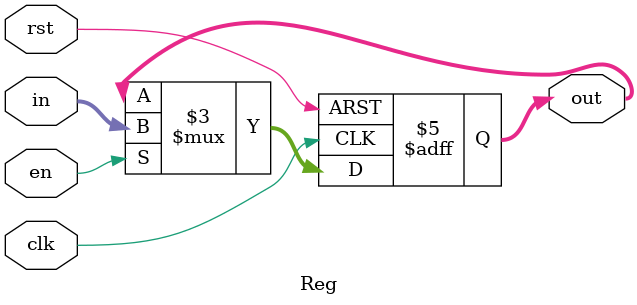
<source format=v>
module Reg(clk,en, rst, in, out);
	parameter DATA_WIDTH = 8;

	input rst,en,clk;
	input[DATA_WIDTH-1:0] in;
	output reg [DATA_WIDTH-1:0] out;

	always@(posedge clk,posedge rst) begin
		if (rst) begin
			out = 8'd0;
		end
		else if(en) begin
			out = in;
		end
	end

endmodule
	
</source>
